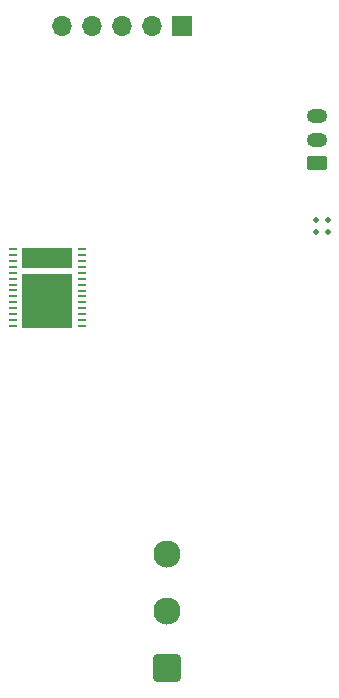
<source format=gbr>
%TF.GenerationSoftware,KiCad,Pcbnew,7.0.7+dfsg-1*%
%TF.CreationDate,2024-03-25T16:35:43+01:00*%
%TF.ProjectId,bitaxeUltra-asic,62697461-7865-4556-9c74-72612d617369,rev?*%
%TF.SameCoordinates,Original*%
%TF.FileFunction,Copper,L4,Bot*%
%TF.FilePolarity,Positive*%
%FSLAX46Y46*%
G04 Gerber Fmt 4.6, Leading zero omitted, Abs format (unit mm)*
G04 Created by KiCad (PCBNEW 7.0.7+dfsg-1) date 2024-03-25 16:35:43*
%MOMM*%
%LPD*%
G01*
G04 APERTURE LIST*
G04 Aperture macros list*
%AMRoundRect*
0 Rectangle with rounded corners*
0 $1 Rounding radius*
0 $2 $3 $4 $5 $6 $7 $8 $9 X,Y pos of 4 corners*
0 Add a 4 corners polygon primitive as box body*
4,1,4,$2,$3,$4,$5,$6,$7,$8,$9,$2,$3,0*
0 Add four circle primitives for the rounded corners*
1,1,$1+$1,$2,$3*
1,1,$1+$1,$4,$5*
1,1,$1+$1,$6,$7*
1,1,$1+$1,$8,$9*
0 Add four rect primitives between the rounded corners*
20,1,$1+$1,$2,$3,$4,$5,0*
20,1,$1+$1,$4,$5,$6,$7,0*
20,1,$1+$1,$6,$7,$8,$9,0*
20,1,$1+$1,$8,$9,$2,$3,0*%
G04 Aperture macros list end*
%TA.AperFunction,ComponentPad*%
%ADD10RoundRect,0.250001X0.899999X-0.899999X0.899999X0.899999X-0.899999X0.899999X-0.899999X-0.899999X0*%
%TD*%
%TA.AperFunction,ComponentPad*%
%ADD11C,2.300000*%
%TD*%
%TA.AperFunction,ComponentPad*%
%ADD12C,0.500000*%
%TD*%
%TA.AperFunction,ComponentPad*%
%ADD13RoundRect,0.250000X0.625000X-0.350000X0.625000X0.350000X-0.625000X0.350000X-0.625000X-0.350000X0*%
%TD*%
%TA.AperFunction,ComponentPad*%
%ADD14O,1.750000X1.200000*%
%TD*%
%TA.AperFunction,SMDPad,CuDef*%
%ADD15R,0.792000X0.221000*%
%TD*%
%TA.AperFunction,SMDPad,CuDef*%
%ADD16R,4.277000X1.810000*%
%TD*%
%TA.AperFunction,SMDPad,CuDef*%
%ADD17R,4.277000X4.530000*%
%TD*%
%TA.AperFunction,ComponentPad*%
%ADD18O,1.700000X1.700000*%
%TD*%
%TA.AperFunction,ComponentPad*%
%ADD19R,1.700000X1.700000*%
%TD*%
G04 APERTURE END LIST*
D10*
%TO.P,J2,1,Pin_1*%
%TO.N,/VDD*%
X146050000Y-110210000D03*
D11*
%TO.P,J2,2,Pin_2*%
%TO.N,/5V*%
X146050000Y-105410000D03*
%TO.P,J2,3,Pin_3*%
%TO.N,/3V3*%
X146050000Y-100610000D03*
%TD*%
D12*
%TO.P,U2,16,GND*%
%TO.N,GND*%
X159665000Y-73305000D03*
%TO.P,U2,17,GND*%
X158665000Y-73305000D03*
%TO.P,U2,18,GND*%
X158665000Y-72305000D03*
%TO.P,U2,19,GND*%
X159665000Y-72305000D03*
%TD*%
D13*
%TO.P,J1,1,Pin_1*%
%TO.N,/RST*%
X158750000Y-67500000D03*
D14*
%TO.P,J1,2,Pin_2*%
%TO.N,/TX*%
X158750000Y-65500000D03*
%TO.P,J1,3,Pin_3*%
%TO.N,/RX*%
X158750000Y-63500000D03*
%TD*%
D15*
%TO.P,U14,1,VDD1_0*%
%TO.N,/BM1366/VDD1_0*%
X138806000Y-74754000D03*
%TO.P,U14,2,VDD2_0*%
%TO.N,/BM1366/VDD2_0*%
X138806000Y-75256000D03*
%TO.P,U14,3,VDD3_0*%
%TO.N,/BM1366/VDD3_0*%
X138806000Y-75758000D03*
%TO.P,U14,4,VSS*%
%TO.N,GND*%
X138806000Y-76260000D03*
%TO.P,U14,5,NRSTI*%
%TO.N,/BM1366/RST_N*%
X138806000Y-76762000D03*
%TO.P,U14,6,BI*%
%TO.N,/BM1366/BI*%
X138806000Y-77264000D03*
%TO.P,U14,7,RO*%
%TO.N,/BM1366/RO*%
X138806000Y-77766000D03*
%TO.P,U14,8,CLKI*%
%TO.N,/BM1366/CLKI*%
X138806000Y-78268000D03*
%TO.P,U14,9,CI*%
%TO.N,/BM1366/CI*%
X138806000Y-78770000D03*
%TO.P,U14,10,ADDR0*%
%TO.N,/BM1366/ADDR0*%
X138806000Y-79272000D03*
%TO.P,U14,11,ADDR1*%
%TO.N,/BM1366/ADDR1*%
X138806000Y-79774000D03*
%TO.P,U14,12,PLL_VSS*%
%TO.N,GND*%
X138806000Y-80276000D03*
%TO.P,U14,13,VDDIO_08_0*%
%TO.N,/BM1366/0V8*%
X138806000Y-80778000D03*
%TO.P,U14,14,VDDIO_18_0*%
%TO.N,/BM1366/1V8*%
X138806000Y-81280000D03*
%TO.P,U14,15,VDDIO_18_1*%
%TO.N,Net-(U14-VDDIO_18_1)*%
X132974000Y-81267000D03*
%TO.P,U14,16,VDDIO_08_1*%
%TO.N,Net-(U14-VDDIO_08_1)*%
X132974000Y-80767000D03*
%TO.P,U14,17,VSS*%
%TO.N,GND*%
X132974000Y-80267000D03*
%TO.P,U14,18,PIN_MODE*%
%TO.N,/BM1366/PIN_MODE*%
X132974000Y-79767000D03*
%TO.P,U14,19,INV_CLKO*%
%TO.N,/BM1366/INV_CLKO*%
X132974000Y-79267000D03*
%TO.P,U14,20,CO*%
%TO.N,/BM1366/CO*%
X132974000Y-78770000D03*
%TO.P,U14,21,CLKO*%
%TO.N,/BM1366/CLKO*%
X132974000Y-78267000D03*
%TO.P,U14,22,RI*%
%TO.N,/BM1366/RI*%
X132974000Y-77766000D03*
%TO.P,U14,23,BO*%
%TO.N,/BM1366/BO*%
X132974000Y-77264000D03*
%TO.P,U14,24,NRSTO*%
%TO.N,/BM1366/NRSTO*%
X132974000Y-76762000D03*
%TO.P,U14,25,VSS*%
%TO.N,GND*%
X132974000Y-76260000D03*
%TO.P,U14,26,VDD3_1*%
%TO.N,/BM1366/VDD3_1*%
X132974000Y-75767000D03*
%TO.P,U14,27,VDD2_1*%
%TO.N,/BM1366/VDD2_1*%
X132974000Y-75256000D03*
%TO.P,U14,28,VDD1_1*%
%TO.N,/BM1366/VDD1_1*%
X132974000Y-74767000D03*
D16*
%TO.P,U14,29,VDD*%
%TO.N,/VDD*%
X135890000Y-75549000D03*
D17*
%TO.P,U14,30,VSS*%
%TO.N,GND*%
X135890000Y-79125000D03*
%TD*%
D18*
%TO.P,J3,5,Pin_5*%
%TO.N,GND*%
X137160000Y-55880000D03*
%TO.P,J3,4,Pin_4*%
%TO.N,/BM1366/RST_N*%
X139700000Y-55880000D03*
%TO.P,J3,3,Pin_3*%
%TO.N,/BM1366/RO*%
X142240000Y-55880000D03*
%TO.P,J3,2,Pin_2*%
%TO.N,/BM1366/CI*%
X144780000Y-55880000D03*
D19*
%TO.P,J3,1,Pin_1*%
%TO.N,/BM1366/1V8*%
X147320000Y-55880000D03*
%TD*%
M02*

</source>
